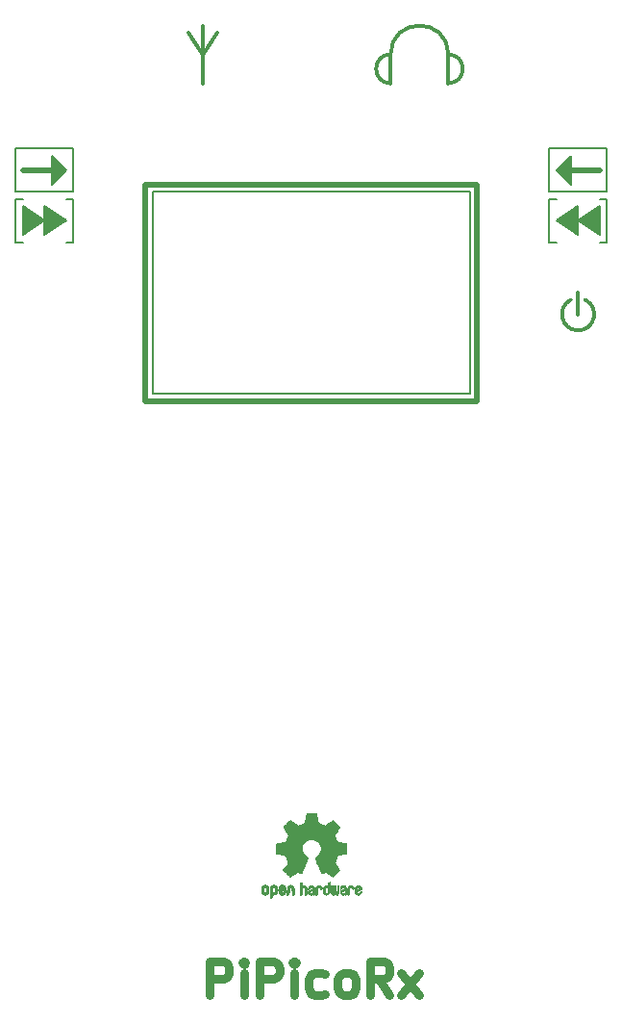
<source format=gto>
G04 #@! TF.GenerationSoftware,KiCad,Pcbnew,7.0.5-unknown-202306101748~6fbdf8f0e2~ubuntu22.04.1*
G04 #@! TF.CreationDate,2023-07-16T12:35:09+01:00*
G04 #@! TF.ProjectId,front_panel,66726f6e-745f-4706-916e-656c2e6b6963,rev?*
G04 #@! TF.SameCoordinates,Original*
G04 #@! TF.FileFunction,Legend,Top*
G04 #@! TF.FilePolarity,Positive*
%FSLAX46Y46*%
G04 Gerber Fmt 4.6, Leading zero omitted, Abs format (unit mm)*
G04 Created by KiCad (PCBNEW 7.0.5-unknown-202306101748~6fbdf8f0e2~ubuntu22.04.1) date 2023-07-16 12:35:09*
%MOMM*%
%LPD*%
G01*
G04 APERTURE LIST*
%ADD10C,0.150000*%
%ADD11C,0.500000*%
%ADD12C,0.300000*%
%ADD13C,0.750000*%
%ADD14C,0.010000*%
G04 APERTURE END LIST*
D10*
X172720000Y-64770000D02*
X172720000Y-60960000D01*
X174625000Y-64135000D02*
X173355000Y-62865000D01*
X174625000Y-61595000D01*
X174625000Y-64135000D01*
G36*
X174625000Y-64135000D02*
G01*
X173355000Y-62865000D01*
X174625000Y-61595000D01*
X174625000Y-64135000D01*
G37*
X172720000Y-60960000D02*
X173355000Y-60960000D01*
D11*
X137160000Y-64135000D02*
X166370000Y-64135000D01*
X166370000Y-83185000D01*
X137160000Y-83185000D01*
X137160000Y-64135000D01*
D10*
X177800000Y-69215000D02*
X177800000Y-65405000D01*
X130810000Y-60960000D02*
X130810000Y-64770000D01*
X177165000Y-69215000D02*
X177800000Y-69215000D01*
X126365000Y-60960000D02*
X130810000Y-60960000D01*
X177800000Y-64770000D02*
X173355000Y-64770000D01*
X172720000Y-69215000D02*
X173355000Y-69215000D01*
X173355000Y-60960000D02*
X177800000Y-60960000D01*
X177165000Y-68580000D02*
X175260000Y-67310000D01*
X177165000Y-66040000D01*
X177165000Y-68580000D01*
G36*
X177165000Y-68580000D02*
G01*
X175260000Y-67310000D01*
X177165000Y-66040000D01*
X177165000Y-68580000D01*
G37*
X130175000Y-62865000D02*
X128905000Y-64135000D01*
X128905000Y-61595000D01*
X130175000Y-62865000D01*
G36*
X130175000Y-62865000D02*
G01*
X128905000Y-64135000D01*
X128905000Y-61595000D01*
X130175000Y-62865000D01*
G37*
X172720000Y-65405000D02*
X172720000Y-69215000D01*
D12*
X142240000Y-50165000D02*
X142240000Y-52705000D01*
X143510000Y-50800000D02*
X142240000Y-52705000D01*
X142240000Y-52705000D02*
X140970000Y-50800000D01*
X174625000Y-74295000D02*
G75*
G03*
X175895000Y-74295000I635000J-1269999D01*
G01*
X158750000Y-52705000D02*
G75*
G03*
X158750000Y-55245000I0J-1270000D01*
G01*
X142240000Y-52705000D02*
X143510000Y-50800000D01*
D10*
X173355000Y-65405000D02*
X172720000Y-65405000D01*
D11*
X126365000Y-62865000D02*
X128905000Y-62865000D01*
D12*
X163830000Y-55245000D02*
X163830000Y-52705000D01*
D10*
X126365000Y-65405000D02*
X125730000Y-65405000D01*
X175260000Y-68580000D02*
X173355000Y-67310000D01*
X175260000Y-66040000D01*
X175260000Y-68580000D01*
G36*
X175260000Y-68580000D02*
G01*
X173355000Y-67310000D01*
X175260000Y-66040000D01*
X175260000Y-68580000D01*
G37*
X126365000Y-64770000D02*
X125730000Y-64770000D01*
X177800000Y-60960000D02*
X177800000Y-64770000D01*
D12*
X158750000Y-55245000D02*
X158750000Y-52705000D01*
D11*
X174625000Y-62865000D02*
X177165000Y-62865000D01*
D12*
X142240000Y-55245000D02*
X142240000Y-50165000D01*
D10*
X125730000Y-65405000D02*
X125730000Y-69215000D01*
X137795000Y-64770000D02*
X165735000Y-64770000D01*
X165735000Y-82550000D01*
X137795000Y-82550000D01*
X137795000Y-64770000D01*
X137769600Y-64744600D02*
X137795000Y-64744600D01*
X137795000Y-64770000D01*
X137769600Y-64770000D01*
X137769600Y-64744600D01*
X130810000Y-69215000D02*
X130810000Y-65405000D01*
X173355000Y-64770000D02*
X172720000Y-64770000D01*
X130175000Y-69215000D02*
X130810000Y-69215000D01*
X177800000Y-65405000D02*
X177165000Y-65405000D01*
D12*
X175260000Y-75564999D02*
X175260000Y-73660000D01*
D10*
X125730000Y-69215000D02*
X126365000Y-69215000D01*
X128270000Y-67310000D02*
X126365000Y-68580000D01*
X126365000Y-66040000D01*
X128270000Y-67310000D01*
G36*
X128270000Y-67310000D02*
G01*
X126365000Y-68580000D01*
X126365000Y-66040000D01*
X128270000Y-67310000D01*
G37*
X125730000Y-64770000D02*
X125730000Y-60960000D01*
X130810000Y-65405000D02*
X130175000Y-65405000D01*
X125730000Y-60960000D02*
X126365000Y-60960000D01*
X130175000Y-67310000D02*
X128270000Y-68580000D01*
X128270000Y-66040000D01*
X130175000Y-67310000D01*
G36*
X130175000Y-67310000D02*
G01*
X128270000Y-68580000D01*
X128270000Y-66040000D01*
X130175000Y-67310000D01*
G37*
D12*
X163830000Y-52705000D02*
G75*
G03*
X158750000Y-52705000I-2540000J0D01*
G01*
D10*
X130810000Y-64770000D02*
X126365000Y-64770000D01*
D12*
X163830000Y-55245000D02*
G75*
G03*
X163830000Y-52705000I0J1270000D01*
G01*
D13*
X142812706Y-135483857D02*
X142812706Y-132483857D01*
X142812706Y-132483857D02*
X143955563Y-132483857D01*
X143955563Y-132483857D02*
X144241278Y-132626714D01*
X144241278Y-132626714D02*
X144384135Y-132769571D01*
X144384135Y-132769571D02*
X144526992Y-133055285D01*
X144526992Y-133055285D02*
X144526992Y-133483857D01*
X144526992Y-133483857D02*
X144384135Y-133769571D01*
X144384135Y-133769571D02*
X144241278Y-133912428D01*
X144241278Y-133912428D02*
X143955563Y-134055285D01*
X143955563Y-134055285D02*
X142812706Y-134055285D01*
X145812706Y-135483857D02*
X145812706Y-133483857D01*
X145812706Y-132483857D02*
X145669849Y-132626714D01*
X145669849Y-132626714D02*
X145812706Y-132769571D01*
X145812706Y-132769571D02*
X145955563Y-132626714D01*
X145955563Y-132626714D02*
X145812706Y-132483857D01*
X145812706Y-132483857D02*
X145812706Y-132769571D01*
X147241277Y-135483857D02*
X147241277Y-132483857D01*
X147241277Y-132483857D02*
X148384134Y-132483857D01*
X148384134Y-132483857D02*
X148669849Y-132626714D01*
X148669849Y-132626714D02*
X148812706Y-132769571D01*
X148812706Y-132769571D02*
X148955563Y-133055285D01*
X148955563Y-133055285D02*
X148955563Y-133483857D01*
X148955563Y-133483857D02*
X148812706Y-133769571D01*
X148812706Y-133769571D02*
X148669849Y-133912428D01*
X148669849Y-133912428D02*
X148384134Y-134055285D01*
X148384134Y-134055285D02*
X147241277Y-134055285D01*
X150241277Y-135483857D02*
X150241277Y-133483857D01*
X150241277Y-132483857D02*
X150098420Y-132626714D01*
X150098420Y-132626714D02*
X150241277Y-132769571D01*
X150241277Y-132769571D02*
X150384134Y-132626714D01*
X150384134Y-132626714D02*
X150241277Y-132483857D01*
X150241277Y-132483857D02*
X150241277Y-132769571D01*
X152955563Y-135341000D02*
X152669848Y-135483857D01*
X152669848Y-135483857D02*
X152098420Y-135483857D01*
X152098420Y-135483857D02*
X151812705Y-135341000D01*
X151812705Y-135341000D02*
X151669848Y-135198142D01*
X151669848Y-135198142D02*
X151526991Y-134912428D01*
X151526991Y-134912428D02*
X151526991Y-134055285D01*
X151526991Y-134055285D02*
X151669848Y-133769571D01*
X151669848Y-133769571D02*
X151812705Y-133626714D01*
X151812705Y-133626714D02*
X152098420Y-133483857D01*
X152098420Y-133483857D02*
X152669848Y-133483857D01*
X152669848Y-133483857D02*
X152955563Y-133626714D01*
X154669849Y-135483857D02*
X154384134Y-135341000D01*
X154384134Y-135341000D02*
X154241277Y-135198142D01*
X154241277Y-135198142D02*
X154098420Y-134912428D01*
X154098420Y-134912428D02*
X154098420Y-134055285D01*
X154098420Y-134055285D02*
X154241277Y-133769571D01*
X154241277Y-133769571D02*
X154384134Y-133626714D01*
X154384134Y-133626714D02*
X154669849Y-133483857D01*
X154669849Y-133483857D02*
X155098420Y-133483857D01*
X155098420Y-133483857D02*
X155384134Y-133626714D01*
X155384134Y-133626714D02*
X155526992Y-133769571D01*
X155526992Y-133769571D02*
X155669849Y-134055285D01*
X155669849Y-134055285D02*
X155669849Y-134912428D01*
X155669849Y-134912428D02*
X155526992Y-135198142D01*
X155526992Y-135198142D02*
X155384134Y-135341000D01*
X155384134Y-135341000D02*
X155098420Y-135483857D01*
X155098420Y-135483857D02*
X154669849Y-135483857D01*
X158669849Y-135483857D02*
X157669849Y-134055285D01*
X156955563Y-135483857D02*
X156955563Y-132483857D01*
X156955563Y-132483857D02*
X158098420Y-132483857D01*
X158098420Y-132483857D02*
X158384135Y-132626714D01*
X158384135Y-132626714D02*
X158526992Y-132769571D01*
X158526992Y-132769571D02*
X158669849Y-133055285D01*
X158669849Y-133055285D02*
X158669849Y-133483857D01*
X158669849Y-133483857D02*
X158526992Y-133769571D01*
X158526992Y-133769571D02*
X158384135Y-133912428D01*
X158384135Y-133912428D02*
X158098420Y-134055285D01*
X158098420Y-134055285D02*
X156955563Y-134055285D01*
X159669849Y-135483857D02*
X161241278Y-133483857D01*
X159669849Y-133483857D02*
X161241278Y-135483857D01*
D14*
X155335807Y-125826782D02*
X155359161Y-125836988D01*
X155414902Y-125881134D01*
X155462569Y-125944967D01*
X155492048Y-126013087D01*
X155496846Y-126046670D01*
X155480760Y-126093556D01*
X155445475Y-126118365D01*
X155407644Y-126133387D01*
X155390321Y-126136155D01*
X155381886Y-126116066D01*
X155365230Y-126072351D01*
X155357923Y-126052598D01*
X155316948Y-125984271D01*
X155257622Y-125950191D01*
X155181552Y-125951239D01*
X155175918Y-125952581D01*
X155135305Y-125971836D01*
X155105448Y-126009375D01*
X155085055Y-126069809D01*
X155072836Y-126157751D01*
X155067500Y-126277813D01*
X155067000Y-126341698D01*
X155066752Y-126442403D01*
X155065126Y-126511054D01*
X155060801Y-126554673D01*
X155052454Y-126580282D01*
X155038765Y-126594903D01*
X155018411Y-126605558D01*
X155017234Y-126606095D01*
X154978038Y-126622667D01*
X154958619Y-126628769D01*
X154955635Y-126610319D01*
X154953081Y-126559323D01*
X154951140Y-126482308D01*
X154949997Y-126385805D01*
X154949769Y-126315184D01*
X154950932Y-126178525D01*
X154955479Y-126074851D01*
X154964999Y-125998108D01*
X154981081Y-125942246D01*
X155005313Y-125901212D01*
X155039286Y-125868954D01*
X155072833Y-125846440D01*
X155153499Y-125816476D01*
X155247381Y-125809718D01*
X155335807Y-125826782D01*
G36*
X155335807Y-125826782D02*
G01*
X155359161Y-125836988D01*
X155414902Y-125881134D01*
X155462569Y-125944967D01*
X155492048Y-126013087D01*
X155496846Y-126046670D01*
X155480760Y-126093556D01*
X155445475Y-126118365D01*
X155407644Y-126133387D01*
X155390321Y-126136155D01*
X155381886Y-126116066D01*
X155365230Y-126072351D01*
X155357923Y-126052598D01*
X155316948Y-125984271D01*
X155257622Y-125950191D01*
X155181552Y-125951239D01*
X155175918Y-125952581D01*
X155135305Y-125971836D01*
X155105448Y-126009375D01*
X155085055Y-126069809D01*
X155072836Y-126157751D01*
X155067500Y-126277813D01*
X155067000Y-126341698D01*
X155066752Y-126442403D01*
X155065126Y-126511054D01*
X155060801Y-126554673D01*
X155052454Y-126580282D01*
X155038765Y-126594903D01*
X155018411Y-126605558D01*
X155017234Y-126606095D01*
X154978038Y-126622667D01*
X154958619Y-126628769D01*
X154955635Y-126610319D01*
X154953081Y-126559323D01*
X154951140Y-126482308D01*
X154949997Y-126385805D01*
X154949769Y-126315184D01*
X154950932Y-126178525D01*
X154955479Y-126074851D01*
X154964999Y-125998108D01*
X154981081Y-125942246D01*
X155005313Y-125901212D01*
X155039286Y-125868954D01*
X155072833Y-125846440D01*
X155153499Y-125816476D01*
X155247381Y-125809718D01*
X155335807Y-125826782D01*
G37*
X150036664Y-125785089D02*
X150099367Y-125821358D01*
X150142961Y-125857358D01*
X150174845Y-125895075D01*
X150196810Y-125941199D01*
X150210649Y-126002421D01*
X150218153Y-126085431D01*
X150221117Y-126196919D01*
X150221461Y-126277062D01*
X150221461Y-126572065D01*
X150055385Y-126646515D01*
X150045615Y-126323402D01*
X150041579Y-126202729D01*
X150037344Y-126115141D01*
X150032097Y-126054650D01*
X150025025Y-126015268D01*
X150015311Y-125991007D01*
X150002144Y-125975880D01*
X149997919Y-125972606D01*
X149933909Y-125947034D01*
X149869208Y-125957153D01*
X149830692Y-125984000D01*
X149815025Y-126003024D01*
X149804180Y-126027988D01*
X149797288Y-126065834D01*
X149793479Y-126123502D01*
X149791883Y-126207935D01*
X149791615Y-126295928D01*
X149791563Y-126406323D01*
X149789672Y-126484463D01*
X149783345Y-126537165D01*
X149769983Y-126571242D01*
X149746985Y-126593511D01*
X149711754Y-126610787D01*
X149664697Y-126628738D01*
X149613303Y-126648278D01*
X149619421Y-126301485D01*
X149621884Y-126176468D01*
X149624767Y-126084082D01*
X149628898Y-126017881D01*
X149635107Y-125971420D01*
X149644226Y-125938256D01*
X149657083Y-125911944D01*
X149672584Y-125888729D01*
X149747371Y-125814569D01*
X149838628Y-125771684D01*
X149937883Y-125761412D01*
X150036664Y-125785089D01*
G36*
X150036664Y-125785089D02*
G01*
X150099367Y-125821358D01*
X150142961Y-125857358D01*
X150174845Y-125895075D01*
X150196810Y-125941199D01*
X150210649Y-126002421D01*
X150218153Y-126085431D01*
X150221117Y-126196919D01*
X150221461Y-126277062D01*
X150221461Y-126572065D01*
X150055385Y-126646515D01*
X150045615Y-126323402D01*
X150041579Y-126202729D01*
X150037344Y-126115141D01*
X150032097Y-126054650D01*
X150025025Y-126015268D01*
X150015311Y-125991007D01*
X150002144Y-125975880D01*
X149997919Y-125972606D01*
X149933909Y-125947034D01*
X149869208Y-125957153D01*
X149830692Y-125984000D01*
X149815025Y-126003024D01*
X149804180Y-126027988D01*
X149797288Y-126065834D01*
X149793479Y-126123502D01*
X149791883Y-126207935D01*
X149791615Y-126295928D01*
X149791563Y-126406323D01*
X149789672Y-126484463D01*
X149783345Y-126537165D01*
X149769983Y-126571242D01*
X149746985Y-126593511D01*
X149711754Y-126610787D01*
X149664697Y-126628738D01*
X149613303Y-126648278D01*
X149619421Y-126301485D01*
X149621884Y-126176468D01*
X149624767Y-126084082D01*
X149628898Y-126017881D01*
X149635107Y-125971420D01*
X149644226Y-125938256D01*
X149657083Y-125911944D01*
X149672584Y-125888729D01*
X149747371Y-125814569D01*
X149838628Y-125771684D01*
X149937883Y-125761412D01*
X150036664Y-125785089D01*
G37*
X152478362Y-125814670D02*
X152567117Y-125847421D01*
X152639022Y-125905350D01*
X152667144Y-125946128D01*
X152697802Y-126020954D01*
X152697165Y-126075058D01*
X152664987Y-126111446D01*
X152653081Y-126117633D01*
X152601675Y-126136925D01*
X152575422Y-126131982D01*
X152566530Y-126099587D01*
X152566077Y-126081692D01*
X152549797Y-126015859D01*
X152507365Y-125969807D01*
X152448388Y-125947564D01*
X152382475Y-125953161D01*
X152328895Y-125982229D01*
X152310798Y-125998810D01*
X152297971Y-126018925D01*
X152289306Y-126049332D01*
X152283696Y-126096788D01*
X152280035Y-126168050D01*
X152277215Y-126269875D01*
X152276484Y-126302115D01*
X152273820Y-126412410D01*
X152270792Y-126490036D01*
X152266250Y-126541396D01*
X152259046Y-126572890D01*
X152248033Y-126590920D01*
X152232060Y-126601888D01*
X152221834Y-126606733D01*
X152178406Y-126623301D01*
X152152842Y-126628769D01*
X152144395Y-126610507D01*
X152139239Y-126555296D01*
X152137346Y-126462499D01*
X152138689Y-126331478D01*
X152139107Y-126311269D01*
X152142058Y-126191733D01*
X152145548Y-126104449D01*
X152150514Y-126042591D01*
X152157893Y-125999336D01*
X152168624Y-125967860D01*
X152183645Y-125941339D01*
X152191502Y-125929975D01*
X152236553Y-125879692D01*
X152286940Y-125840581D01*
X152293108Y-125837167D01*
X152383458Y-125810212D01*
X152478362Y-125814670D01*
G36*
X152478362Y-125814670D02*
G01*
X152567117Y-125847421D01*
X152639022Y-125905350D01*
X152667144Y-125946128D01*
X152697802Y-126020954D01*
X152697165Y-126075058D01*
X152664987Y-126111446D01*
X152653081Y-126117633D01*
X152601675Y-126136925D01*
X152575422Y-126131982D01*
X152566530Y-126099587D01*
X152566077Y-126081692D01*
X152549797Y-126015859D01*
X152507365Y-125969807D01*
X152448388Y-125947564D01*
X152382475Y-125953161D01*
X152328895Y-125982229D01*
X152310798Y-125998810D01*
X152297971Y-126018925D01*
X152289306Y-126049332D01*
X152283696Y-126096788D01*
X152280035Y-126168050D01*
X152277215Y-126269875D01*
X152276484Y-126302115D01*
X152273820Y-126412410D01*
X152270792Y-126490036D01*
X152266250Y-126541396D01*
X152259046Y-126572890D01*
X152248033Y-126590920D01*
X152232060Y-126601888D01*
X152221834Y-126606733D01*
X152178406Y-126623301D01*
X152152842Y-126628769D01*
X152144395Y-126610507D01*
X152139239Y-126555296D01*
X152137346Y-126462499D01*
X152138689Y-126331478D01*
X152139107Y-126311269D01*
X152142058Y-126191733D01*
X152145548Y-126104449D01*
X152150514Y-126042591D01*
X152157893Y-125999336D01*
X152168624Y-125967860D01*
X152183645Y-125941339D01*
X152191502Y-125929975D01*
X152236553Y-125879692D01*
X152286940Y-125840581D01*
X152293108Y-125837167D01*
X152383458Y-125810212D01*
X152478362Y-125814670D01*
G37*
X150924846Y-125682120D02*
X150930572Y-125761980D01*
X150937149Y-125809039D01*
X150946262Y-125829566D01*
X150959598Y-125829829D01*
X150963923Y-125827378D01*
X151021444Y-125809636D01*
X151096268Y-125810672D01*
X151172339Y-125828910D01*
X151219918Y-125852505D01*
X151268702Y-125890198D01*
X151304364Y-125932855D01*
X151328845Y-125987057D01*
X151344087Y-126059384D01*
X151352030Y-126156419D01*
X151354616Y-126284742D01*
X151354662Y-126309358D01*
X151354692Y-126585870D01*
X151293161Y-126607320D01*
X151249459Y-126621912D01*
X151225482Y-126628706D01*
X151224777Y-126628769D01*
X151222415Y-126610345D01*
X151220406Y-126559526D01*
X151218901Y-126482993D01*
X151218053Y-126387430D01*
X151217923Y-126329329D01*
X151217651Y-126214771D01*
X151216252Y-126132667D01*
X151212849Y-126076393D01*
X151206567Y-126039326D01*
X151196529Y-126014844D01*
X151181861Y-125996325D01*
X151172702Y-125987406D01*
X151109789Y-125951466D01*
X151041136Y-125948775D01*
X150978848Y-125979170D01*
X150967329Y-125990144D01*
X150950433Y-126010779D01*
X150938714Y-126035256D01*
X150931233Y-126070647D01*
X150927054Y-126124026D01*
X150925237Y-126202466D01*
X150924846Y-126310617D01*
X150924846Y-126585870D01*
X150863315Y-126607320D01*
X150819613Y-126621912D01*
X150795636Y-126628706D01*
X150794930Y-126628769D01*
X150793126Y-126610069D01*
X150791500Y-126557322D01*
X150790117Y-126475557D01*
X150789042Y-126369805D01*
X150788340Y-126245094D01*
X150788077Y-126106455D01*
X150788077Y-125571806D01*
X150915077Y-125518236D01*
X150924846Y-125682120D01*
G36*
X150924846Y-125682120D02*
G01*
X150930572Y-125761980D01*
X150937149Y-125809039D01*
X150946262Y-125829566D01*
X150959598Y-125829829D01*
X150963923Y-125827378D01*
X151021444Y-125809636D01*
X151096268Y-125810672D01*
X151172339Y-125828910D01*
X151219918Y-125852505D01*
X151268702Y-125890198D01*
X151304364Y-125932855D01*
X151328845Y-125987057D01*
X151344087Y-126059384D01*
X151352030Y-126156419D01*
X151354616Y-126284742D01*
X151354662Y-126309358D01*
X151354692Y-126585870D01*
X151293161Y-126607320D01*
X151249459Y-126621912D01*
X151225482Y-126628706D01*
X151224777Y-126628769D01*
X151222415Y-126610345D01*
X151220406Y-126559526D01*
X151218901Y-126482993D01*
X151218053Y-126387430D01*
X151217923Y-126329329D01*
X151217651Y-126214771D01*
X151216252Y-126132667D01*
X151212849Y-126076393D01*
X151206567Y-126039326D01*
X151196529Y-126014844D01*
X151181861Y-125996325D01*
X151172702Y-125987406D01*
X151109789Y-125951466D01*
X151041136Y-125948775D01*
X150978848Y-125979170D01*
X150967329Y-125990144D01*
X150950433Y-126010779D01*
X150938714Y-126035256D01*
X150931233Y-126070647D01*
X150927054Y-126124026D01*
X150925237Y-126202466D01*
X150924846Y-126310617D01*
X150924846Y-126585870D01*
X150863315Y-126607320D01*
X150819613Y-126621912D01*
X150795636Y-126628706D01*
X150794930Y-126628769D01*
X150793126Y-126610069D01*
X150791500Y-126557322D01*
X150790117Y-126475557D01*
X150789042Y-126369805D01*
X150788340Y-126245094D01*
X150788077Y-126106455D01*
X150788077Y-125571806D01*
X150915077Y-125518236D01*
X150924846Y-125682120D01*
G37*
X154160929Y-125826662D02*
X154163911Y-125878068D01*
X154166247Y-125956192D01*
X154167749Y-126054857D01*
X154168231Y-126158343D01*
X154168231Y-126508533D01*
X154106401Y-126570363D01*
X154063793Y-126608462D01*
X154026390Y-126623895D01*
X153975270Y-126622918D01*
X153954978Y-126620433D01*
X153891554Y-126613200D01*
X153839095Y-126609055D01*
X153826308Y-126608672D01*
X153783199Y-126611176D01*
X153721544Y-126617462D01*
X153697638Y-126620433D01*
X153638922Y-126625028D01*
X153599464Y-126615046D01*
X153560338Y-126584228D01*
X153546215Y-126570363D01*
X153484385Y-126508533D01*
X153484385Y-125853503D01*
X153534150Y-125830829D01*
X153577002Y-125814034D01*
X153602073Y-125808154D01*
X153608501Y-125826736D01*
X153614509Y-125878655D01*
X153619697Y-125958172D01*
X153623664Y-126059546D01*
X153625577Y-126145192D01*
X153630923Y-126482231D01*
X153677560Y-126488825D01*
X153719976Y-126484214D01*
X153740760Y-126469287D01*
X153746570Y-126441377D01*
X153751530Y-126381925D01*
X153755246Y-126298466D01*
X153757324Y-126198532D01*
X153757624Y-126147104D01*
X153757923Y-125851054D01*
X153819454Y-125829604D01*
X153863004Y-125815020D01*
X153886694Y-125808219D01*
X153887377Y-125808154D01*
X153889754Y-125826642D01*
X153892366Y-125877906D01*
X153894995Y-125955649D01*
X153897421Y-126053574D01*
X153899115Y-126145192D01*
X153904461Y-126482231D01*
X154021692Y-126482231D01*
X154027072Y-126174746D01*
X154032451Y-125867261D01*
X154089601Y-125837707D01*
X154131797Y-125817413D01*
X154156770Y-125808204D01*
X154157491Y-125808154D01*
X154160929Y-125826662D01*
G36*
X154160929Y-125826662D02*
G01*
X154163911Y-125878068D01*
X154166247Y-125956192D01*
X154167749Y-126054857D01*
X154168231Y-126158343D01*
X154168231Y-126508533D01*
X154106401Y-126570363D01*
X154063793Y-126608462D01*
X154026390Y-126623895D01*
X153975270Y-126622918D01*
X153954978Y-126620433D01*
X153891554Y-126613200D01*
X153839095Y-126609055D01*
X153826308Y-126608672D01*
X153783199Y-126611176D01*
X153721544Y-126617462D01*
X153697638Y-126620433D01*
X153638922Y-126625028D01*
X153599464Y-126615046D01*
X153560338Y-126584228D01*
X153546215Y-126570363D01*
X153484385Y-126508533D01*
X153484385Y-125853503D01*
X153534150Y-125830829D01*
X153577002Y-125814034D01*
X153602073Y-125808154D01*
X153608501Y-125826736D01*
X153614509Y-125878655D01*
X153619697Y-125958172D01*
X153623664Y-126059546D01*
X153625577Y-126145192D01*
X153630923Y-126482231D01*
X153677560Y-126488825D01*
X153719976Y-126484214D01*
X153740760Y-126469287D01*
X153746570Y-126441377D01*
X153751530Y-126381925D01*
X153755246Y-126298466D01*
X153757324Y-126198532D01*
X153757624Y-126147104D01*
X153757923Y-125851054D01*
X153819454Y-125829604D01*
X153863004Y-125815020D01*
X153886694Y-125808219D01*
X153887377Y-125808154D01*
X153889754Y-125826642D01*
X153892366Y-125877906D01*
X153894995Y-125955649D01*
X153897421Y-126053574D01*
X153899115Y-126145192D01*
X153904461Y-126482231D01*
X154021692Y-126482231D01*
X154027072Y-126174746D01*
X154032451Y-125867261D01*
X154089601Y-125837707D01*
X154131797Y-125817413D01*
X154156770Y-125808204D01*
X154157491Y-125808154D01*
X154160929Y-125826662D01*
G37*
X147781886Y-125777256D02*
X147873464Y-125825409D01*
X147941049Y-125902905D01*
X147965057Y-125952727D01*
X147983738Y-126027533D01*
X147993301Y-126122052D01*
X147994208Y-126225210D01*
X147986921Y-126325935D01*
X147971903Y-126413153D01*
X147949615Y-126475791D01*
X147942765Y-126486579D01*
X147861632Y-126567105D01*
X147765266Y-126615336D01*
X147660701Y-126629450D01*
X147554968Y-126607629D01*
X147525543Y-126594547D01*
X147468241Y-126554231D01*
X147417950Y-126500775D01*
X147413197Y-126493995D01*
X147393878Y-126461321D01*
X147381108Y-126426394D01*
X147373564Y-126380414D01*
X147369924Y-126314584D01*
X147368865Y-126220105D01*
X147368846Y-126198923D01*
X147368894Y-126192182D01*
X147564231Y-126192182D01*
X147565368Y-126281349D01*
X147569841Y-126340520D01*
X147579246Y-126378741D01*
X147595176Y-126405053D01*
X147603308Y-126413846D01*
X147650058Y-126447261D01*
X147695447Y-126445737D01*
X147741340Y-126416752D01*
X147768712Y-126385809D01*
X147784923Y-126340643D01*
X147794026Y-126269420D01*
X147794651Y-126261114D01*
X147796204Y-126132037D01*
X147779965Y-126036172D01*
X147746152Y-125974107D01*
X147694984Y-125946432D01*
X147676720Y-125944923D01*
X147628760Y-125952513D01*
X147595953Y-125978808D01*
X147575895Y-126029095D01*
X147566178Y-126108664D01*
X147564231Y-126192182D01*
X147368894Y-126192182D01*
X147369574Y-126098249D01*
X147372629Y-126027906D01*
X147379322Y-125979163D01*
X147390960Y-125943288D01*
X147408853Y-125911548D01*
X147412808Y-125905648D01*
X147479267Y-125826104D01*
X147551685Y-125779929D01*
X147639849Y-125761599D01*
X147669787Y-125760703D01*
X147781886Y-125777256D01*
G36*
X147781886Y-125777256D02*
G01*
X147873464Y-125825409D01*
X147941049Y-125902905D01*
X147965057Y-125952727D01*
X147983738Y-126027533D01*
X147993301Y-126122052D01*
X147994208Y-126225210D01*
X147986921Y-126325935D01*
X147971903Y-126413153D01*
X147949615Y-126475791D01*
X147942765Y-126486579D01*
X147861632Y-126567105D01*
X147765266Y-126615336D01*
X147660701Y-126629450D01*
X147554968Y-126607629D01*
X147525543Y-126594547D01*
X147468241Y-126554231D01*
X147417950Y-126500775D01*
X147413197Y-126493995D01*
X147393878Y-126461321D01*
X147381108Y-126426394D01*
X147373564Y-126380414D01*
X147369924Y-126314584D01*
X147368865Y-126220105D01*
X147368846Y-126198923D01*
X147368894Y-126192182D01*
X147564231Y-126192182D01*
X147565368Y-126281349D01*
X147569841Y-126340520D01*
X147579246Y-126378741D01*
X147595176Y-126405053D01*
X147603308Y-126413846D01*
X147650058Y-126447261D01*
X147695447Y-126445737D01*
X147741340Y-126416752D01*
X147768712Y-126385809D01*
X147784923Y-126340643D01*
X147794026Y-126269420D01*
X147794651Y-126261114D01*
X147796204Y-126132037D01*
X147779965Y-126036172D01*
X147746152Y-125974107D01*
X147694984Y-125946432D01*
X147676720Y-125944923D01*
X147628760Y-125952513D01*
X147595953Y-125978808D01*
X147575895Y-126029095D01*
X147566178Y-126108664D01*
X147564231Y-126192182D01*
X147368894Y-126192182D01*
X147369574Y-126098249D01*
X147372629Y-126027906D01*
X147379322Y-125979163D01*
X147390960Y-125943288D01*
X147408853Y-125911548D01*
X147412808Y-125905648D01*
X147479267Y-125826104D01*
X147551685Y-125779929D01*
X147639849Y-125761599D01*
X147669787Y-125760703D01*
X147781886Y-125777256D01*
G37*
X156010224Y-125837838D02*
X156087528Y-125888361D01*
X156124814Y-125933590D01*
X156154353Y-126015663D01*
X156156699Y-126080607D01*
X156151385Y-126167445D01*
X155951115Y-126255103D01*
X155853739Y-126299887D01*
X155790113Y-126335913D01*
X155757029Y-126367117D01*
X155751280Y-126397436D01*
X155769658Y-126430805D01*
X155789923Y-126452923D01*
X155848889Y-126488393D01*
X155913024Y-126490879D01*
X155971926Y-126463235D01*
X156015197Y-126408320D01*
X156022936Y-126388928D01*
X156060006Y-126328364D01*
X156102654Y-126302552D01*
X156161154Y-126280471D01*
X156161154Y-126364184D01*
X156155982Y-126421150D01*
X156135723Y-126469189D01*
X156093262Y-126524346D01*
X156086951Y-126531514D01*
X156039720Y-126580585D01*
X155999121Y-126606920D01*
X155948328Y-126619035D01*
X155906220Y-126623003D01*
X155830902Y-126623991D01*
X155777286Y-126611466D01*
X155743838Y-126592869D01*
X155691268Y-126551975D01*
X155654879Y-126507748D01*
X155631850Y-126452126D01*
X155619359Y-126377047D01*
X155614587Y-126274449D01*
X155614206Y-126222376D01*
X155615501Y-126159948D01*
X155733471Y-126159948D01*
X155734839Y-126193438D01*
X155738249Y-126198923D01*
X155760753Y-126191472D01*
X155809182Y-126171753D01*
X155873908Y-126143718D01*
X155887443Y-126137692D01*
X155969244Y-126096096D01*
X156014312Y-126059538D01*
X156024217Y-126025296D01*
X156000526Y-125990648D01*
X155980960Y-125975339D01*
X155910360Y-125944721D01*
X155844280Y-125949780D01*
X155788959Y-125987151D01*
X155750636Y-126053473D01*
X155738349Y-126106116D01*
X155733471Y-126159948D01*
X155615501Y-126159948D01*
X155616730Y-126100720D01*
X155626032Y-126010710D01*
X155644460Y-125945167D01*
X155674360Y-125896912D01*
X155718080Y-125858767D01*
X155737141Y-125846440D01*
X155823726Y-125814336D01*
X155918522Y-125812316D01*
X156010224Y-125837838D01*
G36*
X156010224Y-125837838D02*
G01*
X156087528Y-125888361D01*
X156124814Y-125933590D01*
X156154353Y-126015663D01*
X156156699Y-126080607D01*
X156151385Y-126167445D01*
X155951115Y-126255103D01*
X155853739Y-126299887D01*
X155790113Y-126335913D01*
X155757029Y-126367117D01*
X155751280Y-126397436D01*
X155769658Y-126430805D01*
X155789923Y-126452923D01*
X155848889Y-126488393D01*
X155913024Y-126490879D01*
X155971926Y-126463235D01*
X156015197Y-126408320D01*
X156022936Y-126388928D01*
X156060006Y-126328364D01*
X156102654Y-126302552D01*
X156161154Y-126280471D01*
X156161154Y-126364184D01*
X156155982Y-126421150D01*
X156135723Y-126469189D01*
X156093262Y-126524346D01*
X156086951Y-126531514D01*
X156039720Y-126580585D01*
X155999121Y-126606920D01*
X155948328Y-126619035D01*
X155906220Y-126623003D01*
X155830902Y-126623991D01*
X155777286Y-126611466D01*
X155743838Y-126592869D01*
X155691268Y-126551975D01*
X155654879Y-126507748D01*
X155631850Y-126452126D01*
X155619359Y-126377047D01*
X155614587Y-126274449D01*
X155614206Y-126222376D01*
X155615501Y-126159948D01*
X155733471Y-126159948D01*
X155734839Y-126193438D01*
X155738249Y-126198923D01*
X155760753Y-126191472D01*
X155809182Y-126171753D01*
X155873908Y-126143718D01*
X155887443Y-126137692D01*
X155969244Y-126096096D01*
X156014312Y-126059538D01*
X156024217Y-126025296D01*
X156000526Y-125990648D01*
X155980960Y-125975339D01*
X155910360Y-125944721D01*
X155844280Y-125949780D01*
X155788959Y-125987151D01*
X155750636Y-126053473D01*
X155738349Y-126106116D01*
X155733471Y-126159948D01*
X155615501Y-126159948D01*
X155616730Y-126100720D01*
X155626032Y-126010710D01*
X155644460Y-125945167D01*
X155674360Y-125896912D01*
X155718080Y-125858767D01*
X155737141Y-125846440D01*
X155823726Y-125814336D01*
X155918522Y-125812316D01*
X156010224Y-125837838D01*
G37*
X153367081Y-125970289D02*
X153366833Y-126116320D01*
X153365872Y-126228655D01*
X153363794Y-126312678D01*
X153360193Y-126373769D01*
X153354665Y-126417309D01*
X153346804Y-126448679D01*
X153336207Y-126473262D01*
X153328182Y-126487294D01*
X153261728Y-126563388D01*
X153177470Y-126611084D01*
X153084249Y-126628199D01*
X152990900Y-126612546D01*
X152935312Y-126584418D01*
X152876957Y-126535760D01*
X152837186Y-126476333D01*
X152813190Y-126398507D01*
X152802161Y-126294652D01*
X152800599Y-126218462D01*
X152800809Y-126212986D01*
X152937308Y-126212986D01*
X152938141Y-126300355D01*
X152941961Y-126358192D01*
X152950746Y-126396029D01*
X152966474Y-126423398D01*
X152985266Y-126444042D01*
X153048375Y-126483890D01*
X153116137Y-126487295D01*
X153180179Y-126454025D01*
X153185164Y-126449517D01*
X153206439Y-126426067D01*
X153219779Y-126398166D01*
X153227001Y-126356641D01*
X153229923Y-126292316D01*
X153230385Y-126221200D01*
X153229383Y-126131858D01*
X153225238Y-126072258D01*
X153216236Y-126033089D01*
X153200667Y-126005040D01*
X153187902Y-125990144D01*
X153128600Y-125952575D01*
X153060301Y-125948057D01*
X152995110Y-125976753D01*
X152982528Y-125987406D01*
X152961111Y-126011063D01*
X152947744Y-126039251D01*
X152940566Y-126081245D01*
X152937719Y-126146319D01*
X152937308Y-126212986D01*
X152800809Y-126212986D01*
X152805322Y-126095765D01*
X152821362Y-126003577D01*
X152851528Y-125934269D01*
X152898629Y-125880211D01*
X152935312Y-125852505D01*
X153001990Y-125822572D01*
X153079272Y-125808678D01*
X153151110Y-125812397D01*
X153191308Y-125827400D01*
X153207082Y-125831670D01*
X153217550Y-125815750D01*
X153224856Y-125773089D01*
X153230385Y-125708106D01*
X153236437Y-125635732D01*
X153244844Y-125592187D01*
X153260141Y-125567287D01*
X153286864Y-125550845D01*
X153303654Y-125543564D01*
X153367154Y-125516963D01*
X153367081Y-125970289D01*
G36*
X153367081Y-125970289D02*
G01*
X153366833Y-126116320D01*
X153365872Y-126228655D01*
X153363794Y-126312678D01*
X153360193Y-126373769D01*
X153354665Y-126417309D01*
X153346804Y-126448679D01*
X153336207Y-126473262D01*
X153328182Y-126487294D01*
X153261728Y-126563388D01*
X153177470Y-126611084D01*
X153084249Y-126628199D01*
X152990900Y-126612546D01*
X152935312Y-126584418D01*
X152876957Y-126535760D01*
X152837186Y-126476333D01*
X152813190Y-126398507D01*
X152802161Y-126294652D01*
X152800599Y-126218462D01*
X152800809Y-126212986D01*
X152937308Y-126212986D01*
X152938141Y-126300355D01*
X152941961Y-126358192D01*
X152950746Y-126396029D01*
X152966474Y-126423398D01*
X152985266Y-126444042D01*
X153048375Y-126483890D01*
X153116137Y-126487295D01*
X153180179Y-126454025D01*
X153185164Y-126449517D01*
X153206439Y-126426067D01*
X153219779Y-126398166D01*
X153227001Y-126356641D01*
X153229923Y-126292316D01*
X153230385Y-126221200D01*
X153229383Y-126131858D01*
X153225238Y-126072258D01*
X153216236Y-126033089D01*
X153200667Y-126005040D01*
X153187902Y-125990144D01*
X153128600Y-125952575D01*
X153060301Y-125948057D01*
X152995110Y-125976753D01*
X152982528Y-125987406D01*
X152961111Y-126011063D01*
X152947744Y-126039251D01*
X152940566Y-126081245D01*
X152937719Y-126146319D01*
X152937308Y-126212986D01*
X152800809Y-126212986D01*
X152805322Y-126095765D01*
X152821362Y-126003577D01*
X152851528Y-125934269D01*
X152898629Y-125880211D01*
X152935312Y-125852505D01*
X153001990Y-125822572D01*
X153079272Y-125808678D01*
X153151110Y-125812397D01*
X153191308Y-125827400D01*
X153207082Y-125831670D01*
X153217550Y-125815750D01*
X153224856Y-125773089D01*
X153230385Y-125708106D01*
X153236437Y-125635732D01*
X153244844Y-125592187D01*
X153260141Y-125567287D01*
X153286864Y-125550845D01*
X153303654Y-125543564D01*
X153367154Y-125516963D01*
X153367081Y-125970289D01*
G37*
X149299254Y-125789745D02*
X149376286Y-125841567D01*
X149435816Y-125916412D01*
X149471378Y-126011654D01*
X149478571Y-126081756D01*
X149477754Y-126111009D01*
X149470914Y-126133407D01*
X149452112Y-126153474D01*
X149415408Y-126175733D01*
X149354862Y-126204709D01*
X149264534Y-126244927D01*
X149264077Y-126245129D01*
X149180933Y-126283210D01*
X149112753Y-126317025D01*
X149066505Y-126342933D01*
X149049158Y-126357295D01*
X149049154Y-126357411D01*
X149064443Y-126388685D01*
X149100196Y-126423157D01*
X149141242Y-126447990D01*
X149162037Y-126452923D01*
X149218770Y-126435862D01*
X149267627Y-126393133D01*
X149291465Y-126346155D01*
X149314397Y-126311522D01*
X149359318Y-126272081D01*
X149412123Y-126238009D01*
X149458710Y-126219480D01*
X149468452Y-126218462D01*
X149479418Y-126235215D01*
X149480079Y-126278039D01*
X149472020Y-126335781D01*
X149456827Y-126397289D01*
X149436086Y-126451409D01*
X149435038Y-126453510D01*
X149372621Y-126540660D01*
X149291726Y-126599939D01*
X149199856Y-126629034D01*
X149104513Y-126625634D01*
X149013198Y-126587428D01*
X149009138Y-126584741D01*
X148937306Y-126519642D01*
X148890073Y-126434705D01*
X148863934Y-126323021D01*
X148860426Y-126291643D01*
X148854213Y-126143536D01*
X148861661Y-126074468D01*
X149049154Y-126074468D01*
X149051590Y-126117552D01*
X149064914Y-126130126D01*
X149098132Y-126120719D01*
X149150494Y-126098483D01*
X149209024Y-126070610D01*
X149210479Y-126069872D01*
X149260089Y-126043777D01*
X149280000Y-126026363D01*
X149275090Y-126008107D01*
X149254416Y-125984120D01*
X149201819Y-125949406D01*
X149145177Y-125946856D01*
X149094369Y-125972119D01*
X149059276Y-126020847D01*
X149049154Y-126074468D01*
X148861661Y-126074468D01*
X148866992Y-126025036D01*
X148899778Y-125931055D01*
X148945421Y-125865215D01*
X149027802Y-125798681D01*
X149118546Y-125765676D01*
X149211185Y-125763573D01*
X149299254Y-125789745D01*
G36*
X149299254Y-125789745D02*
G01*
X149376286Y-125841567D01*
X149435816Y-125916412D01*
X149471378Y-126011654D01*
X149478571Y-126081756D01*
X149477754Y-126111009D01*
X149470914Y-126133407D01*
X149452112Y-126153474D01*
X149415408Y-126175733D01*
X149354862Y-126204709D01*
X149264534Y-126244927D01*
X149264077Y-126245129D01*
X149180933Y-126283210D01*
X149112753Y-126317025D01*
X149066505Y-126342933D01*
X149049158Y-126357295D01*
X149049154Y-126357411D01*
X149064443Y-126388685D01*
X149100196Y-126423157D01*
X149141242Y-126447990D01*
X149162037Y-126452923D01*
X149218770Y-126435862D01*
X149267627Y-126393133D01*
X149291465Y-126346155D01*
X149314397Y-126311522D01*
X149359318Y-126272081D01*
X149412123Y-126238009D01*
X149458710Y-126219480D01*
X149468452Y-126218462D01*
X149479418Y-126235215D01*
X149480079Y-126278039D01*
X149472020Y-126335781D01*
X149456827Y-126397289D01*
X149436086Y-126451409D01*
X149435038Y-126453510D01*
X149372621Y-126540660D01*
X149291726Y-126599939D01*
X149199856Y-126629034D01*
X149104513Y-126625634D01*
X149013198Y-126587428D01*
X149009138Y-126584741D01*
X148937306Y-126519642D01*
X148890073Y-126434705D01*
X148863934Y-126323021D01*
X148860426Y-126291643D01*
X148854213Y-126143536D01*
X148861661Y-126074468D01*
X149049154Y-126074468D01*
X149051590Y-126117552D01*
X149064914Y-126130126D01*
X149098132Y-126120719D01*
X149150494Y-126098483D01*
X149209024Y-126070610D01*
X149210479Y-126069872D01*
X149260089Y-126043777D01*
X149280000Y-126026363D01*
X149275090Y-126008107D01*
X149254416Y-125984120D01*
X149201819Y-125949406D01*
X149145177Y-125946856D01*
X149094369Y-125972119D01*
X149059276Y-126020847D01*
X149049154Y-126074468D01*
X148861661Y-126074468D01*
X148866992Y-126025036D01*
X148899778Y-125931055D01*
X148945421Y-125865215D01*
X149027802Y-125798681D01*
X149118546Y-125765676D01*
X149211185Y-125763573D01*
X149299254Y-125789745D01*
G37*
X151818501Y-125816303D02*
X151895060Y-125844733D01*
X151895936Y-125845279D01*
X151943285Y-125880127D01*
X151978241Y-125920852D01*
X152002825Y-125973925D01*
X152019062Y-126045814D01*
X152028975Y-126142992D01*
X152034586Y-126271928D01*
X152035077Y-126290298D01*
X152042141Y-126567287D01*
X151982695Y-126598028D01*
X151939681Y-126618802D01*
X151913710Y-126628646D01*
X151912509Y-126628769D01*
X151908014Y-126610606D01*
X151904444Y-126561612D01*
X151902248Y-126490031D01*
X151901769Y-126432068D01*
X151901758Y-126338170D01*
X151897466Y-126279203D01*
X151882503Y-126251079D01*
X151850482Y-126249706D01*
X151795014Y-126270998D01*
X151711269Y-126310136D01*
X151649689Y-126342643D01*
X151618017Y-126370845D01*
X151608706Y-126401582D01*
X151608692Y-126403104D01*
X151624057Y-126456054D01*
X151669547Y-126484660D01*
X151739166Y-126488803D01*
X151789313Y-126488084D01*
X151815754Y-126502527D01*
X151832243Y-126537218D01*
X151841733Y-126581416D01*
X151828057Y-126606493D01*
X151822907Y-126610082D01*
X151774425Y-126624496D01*
X151706531Y-126626537D01*
X151636612Y-126616983D01*
X151587068Y-126599522D01*
X151518570Y-126541364D01*
X151479634Y-126460408D01*
X151471923Y-126397160D01*
X151477807Y-126340111D01*
X151499101Y-126293542D01*
X151541265Y-126252181D01*
X151609759Y-126210755D01*
X151710044Y-126163993D01*
X151716154Y-126161350D01*
X151806490Y-126119617D01*
X151862235Y-126085391D01*
X151886129Y-126054635D01*
X151880913Y-126023311D01*
X151849328Y-125987383D01*
X151839883Y-125979116D01*
X151776617Y-125947058D01*
X151711064Y-125948407D01*
X151653972Y-125979838D01*
X151616093Y-126038024D01*
X151612574Y-126049446D01*
X151578300Y-126104837D01*
X151534809Y-126131518D01*
X151471923Y-126157960D01*
X151471923Y-126089548D01*
X151491052Y-125990110D01*
X151547831Y-125898902D01*
X151577378Y-125868389D01*
X151644542Y-125829228D01*
X151729956Y-125811500D01*
X151818501Y-125816303D01*
G36*
X151818501Y-125816303D02*
G01*
X151895060Y-125844733D01*
X151895936Y-125845279D01*
X151943285Y-125880127D01*
X151978241Y-125920852D01*
X152002825Y-125973925D01*
X152019062Y-126045814D01*
X152028975Y-126142992D01*
X152034586Y-126271928D01*
X152035077Y-126290298D01*
X152042141Y-126567287D01*
X151982695Y-126598028D01*
X151939681Y-126618802D01*
X151913710Y-126628646D01*
X151912509Y-126628769D01*
X151908014Y-126610606D01*
X151904444Y-126561612D01*
X151902248Y-126490031D01*
X151901769Y-126432068D01*
X151901758Y-126338170D01*
X151897466Y-126279203D01*
X151882503Y-126251079D01*
X151850482Y-126249706D01*
X151795014Y-126270998D01*
X151711269Y-126310136D01*
X151649689Y-126342643D01*
X151618017Y-126370845D01*
X151608706Y-126401582D01*
X151608692Y-126403104D01*
X151624057Y-126456054D01*
X151669547Y-126484660D01*
X151739166Y-126488803D01*
X151789313Y-126488084D01*
X151815754Y-126502527D01*
X151832243Y-126537218D01*
X151841733Y-126581416D01*
X151828057Y-126606493D01*
X151822907Y-126610082D01*
X151774425Y-126624496D01*
X151706531Y-126626537D01*
X151636612Y-126616983D01*
X151587068Y-126599522D01*
X151518570Y-126541364D01*
X151479634Y-126460408D01*
X151471923Y-126397160D01*
X151477807Y-126340111D01*
X151499101Y-126293542D01*
X151541265Y-126252181D01*
X151609759Y-126210755D01*
X151710044Y-126163993D01*
X151716154Y-126161350D01*
X151806490Y-126119617D01*
X151862235Y-126085391D01*
X151886129Y-126054635D01*
X151880913Y-126023311D01*
X151849328Y-125987383D01*
X151839883Y-125979116D01*
X151776617Y-125947058D01*
X151711064Y-125948407D01*
X151653972Y-125979838D01*
X151616093Y-126038024D01*
X151612574Y-126049446D01*
X151578300Y-126104837D01*
X151534809Y-126131518D01*
X151471923Y-126157960D01*
X151471923Y-126089548D01*
X151491052Y-125990110D01*
X151547831Y-125898902D01*
X151577378Y-125868389D01*
X151644542Y-125829228D01*
X151729956Y-125811500D01*
X151818501Y-125816303D01*
G37*
X148533886Y-125774505D02*
X148608539Y-125811727D01*
X148674431Y-125880261D01*
X148692577Y-125905648D01*
X148712345Y-125938866D01*
X148725172Y-125974945D01*
X148732510Y-126023098D01*
X148735813Y-126092536D01*
X148736538Y-126184206D01*
X148733263Y-126309830D01*
X148721877Y-126404154D01*
X148700041Y-126474523D01*
X148665419Y-126528286D01*
X148615670Y-126572788D01*
X148612014Y-126575423D01*
X148562985Y-126602377D01*
X148503945Y-126615712D01*
X148428859Y-126619000D01*
X148306795Y-126619000D01*
X148306744Y-126737497D01*
X148305608Y-126803492D01*
X148298686Y-126842202D01*
X148280598Y-126865419D01*
X148245962Y-126884933D01*
X148237645Y-126888920D01*
X148198720Y-126907603D01*
X148168583Y-126919403D01*
X148146174Y-126920422D01*
X148130433Y-126906761D01*
X148120302Y-126874522D01*
X148114723Y-126819804D01*
X148112635Y-126738711D01*
X148112981Y-126627344D01*
X148114700Y-126481802D01*
X148115237Y-126438269D01*
X148117172Y-126288205D01*
X148118904Y-126190042D01*
X148306692Y-126190042D01*
X148307748Y-126273364D01*
X148312438Y-126327880D01*
X148323051Y-126363837D01*
X148341872Y-126391482D01*
X148354650Y-126404965D01*
X148406890Y-126444417D01*
X148453142Y-126447628D01*
X148500867Y-126415049D01*
X148502077Y-126413846D01*
X148521494Y-126388668D01*
X148533307Y-126354447D01*
X148539265Y-126301748D01*
X148541120Y-126221131D01*
X148541154Y-126203271D01*
X148536670Y-126092175D01*
X148522074Y-126015161D01*
X148495650Y-125968147D01*
X148455683Y-125947050D01*
X148432584Y-125944923D01*
X148377762Y-125954900D01*
X148340158Y-125987752D01*
X148317523Y-126047857D01*
X148307606Y-126139598D01*
X148306692Y-126190042D01*
X148118904Y-126190042D01*
X148119222Y-126172060D01*
X148121873Y-126084679D01*
X148125606Y-126020905D01*
X148130907Y-125975582D01*
X148138258Y-125943555D01*
X148148143Y-125919668D01*
X148161046Y-125898764D01*
X148166579Y-125890898D01*
X148239969Y-125816595D01*
X148332760Y-125774467D01*
X148440096Y-125762722D01*
X148533886Y-125774505D01*
G36*
X148533886Y-125774505D02*
G01*
X148608539Y-125811727D01*
X148674431Y-125880261D01*
X148692577Y-125905648D01*
X148712345Y-125938866D01*
X148725172Y-125974945D01*
X148732510Y-126023098D01*
X148735813Y-126092536D01*
X148736538Y-126184206D01*
X148733263Y-126309830D01*
X148721877Y-126404154D01*
X148700041Y-126474523D01*
X148665419Y-126528286D01*
X148615670Y-126572788D01*
X148612014Y-126575423D01*
X148562985Y-126602377D01*
X148503945Y-126615712D01*
X148428859Y-126619000D01*
X148306795Y-126619000D01*
X148306744Y-126737497D01*
X148305608Y-126803492D01*
X148298686Y-126842202D01*
X148280598Y-126865419D01*
X148245962Y-126884933D01*
X148237645Y-126888920D01*
X148198720Y-126907603D01*
X148168583Y-126919403D01*
X148146174Y-126920422D01*
X148130433Y-126906761D01*
X148120302Y-126874522D01*
X148114723Y-126819804D01*
X148112635Y-126738711D01*
X148112981Y-126627344D01*
X148114700Y-126481802D01*
X148115237Y-126438269D01*
X148117172Y-126288205D01*
X148118904Y-126190042D01*
X148306692Y-126190042D01*
X148307748Y-126273364D01*
X148312438Y-126327880D01*
X148323051Y-126363837D01*
X148341872Y-126391482D01*
X148354650Y-126404965D01*
X148406890Y-126444417D01*
X148453142Y-126447628D01*
X148500867Y-126415049D01*
X148502077Y-126413846D01*
X148521494Y-126388668D01*
X148533307Y-126354447D01*
X148539265Y-126301748D01*
X148541120Y-126221131D01*
X148541154Y-126203271D01*
X148536670Y-126092175D01*
X148522074Y-126015161D01*
X148495650Y-125968147D01*
X148455683Y-125947050D01*
X148432584Y-125944923D01*
X148377762Y-125954900D01*
X148340158Y-125987752D01*
X148317523Y-126047857D01*
X148307606Y-126139598D01*
X148306692Y-126190042D01*
X148118904Y-126190042D01*
X148119222Y-126172060D01*
X148121873Y-126084679D01*
X148125606Y-126020905D01*
X148130907Y-125975582D01*
X148138258Y-125943555D01*
X148148143Y-125919668D01*
X148161046Y-125898764D01*
X148166579Y-125890898D01*
X148239969Y-125816595D01*
X148332760Y-125774467D01*
X148440096Y-125762722D01*
X148533886Y-125774505D01*
G37*
X154652333Y-125823528D02*
X154708590Y-125849117D01*
X154752747Y-125880124D01*
X154785101Y-125914795D01*
X154807438Y-125959520D01*
X154821546Y-126020692D01*
X154829211Y-126104701D01*
X154832220Y-126217940D01*
X154832538Y-126292509D01*
X154832538Y-126583420D01*
X154782773Y-126606095D01*
X154743576Y-126622667D01*
X154724157Y-126628769D01*
X154720442Y-126610610D01*
X154717495Y-126561648D01*
X154715691Y-126490153D01*
X154715308Y-126433385D01*
X154713661Y-126351371D01*
X154709222Y-126286309D01*
X154702740Y-126246467D01*
X154697590Y-126238000D01*
X154662977Y-126246646D01*
X154608640Y-126268823D01*
X154545722Y-126298886D01*
X154485368Y-126331192D01*
X154438721Y-126360098D01*
X154416926Y-126379961D01*
X154416839Y-126380175D01*
X154418714Y-126416935D01*
X154435525Y-126452026D01*
X154465039Y-126480528D01*
X154508116Y-126490061D01*
X154544932Y-126488950D01*
X154597074Y-126488133D01*
X154624444Y-126500349D01*
X154640882Y-126532624D01*
X154642955Y-126538710D01*
X154650081Y-126584739D01*
X154631024Y-126612687D01*
X154581353Y-126626007D01*
X154527697Y-126628470D01*
X154431142Y-126610210D01*
X154381159Y-126584131D01*
X154319429Y-126522868D01*
X154286690Y-126447670D01*
X154283753Y-126368211D01*
X154311424Y-126294167D01*
X154353047Y-126247769D01*
X154394604Y-126221793D01*
X154459922Y-126188907D01*
X154536038Y-126155557D01*
X154548726Y-126150461D01*
X154632333Y-126113565D01*
X154680530Y-126081046D01*
X154696030Y-126048718D01*
X154681550Y-126012394D01*
X154656692Y-125984000D01*
X154597939Y-125949039D01*
X154533293Y-125946417D01*
X154474008Y-125973358D01*
X154431339Y-126027088D01*
X154425739Y-126040950D01*
X154393133Y-126091936D01*
X154345530Y-126129787D01*
X154285461Y-126160850D01*
X154285461Y-126072768D01*
X154288997Y-126018951D01*
X154304156Y-125976534D01*
X154337768Y-125931279D01*
X154370035Y-125896420D01*
X154420209Y-125847062D01*
X154459193Y-125820547D01*
X154501064Y-125809911D01*
X154548460Y-125808154D01*
X154652333Y-125823528D01*
G36*
X154652333Y-125823528D02*
G01*
X154708590Y-125849117D01*
X154752747Y-125880124D01*
X154785101Y-125914795D01*
X154807438Y-125959520D01*
X154821546Y-126020692D01*
X154829211Y-126104701D01*
X154832220Y-126217940D01*
X154832538Y-126292509D01*
X154832538Y-126583420D01*
X154782773Y-126606095D01*
X154743576Y-126622667D01*
X154724157Y-126628769D01*
X154720442Y-126610610D01*
X154717495Y-126561648D01*
X154715691Y-126490153D01*
X154715308Y-126433385D01*
X154713661Y-126351371D01*
X154709222Y-126286309D01*
X154702740Y-126246467D01*
X154697590Y-126238000D01*
X154662977Y-126246646D01*
X154608640Y-126268823D01*
X154545722Y-126298886D01*
X154485368Y-126331192D01*
X154438721Y-126360098D01*
X154416926Y-126379961D01*
X154416839Y-126380175D01*
X154418714Y-126416935D01*
X154435525Y-126452026D01*
X154465039Y-126480528D01*
X154508116Y-126490061D01*
X154544932Y-126488950D01*
X154597074Y-126488133D01*
X154624444Y-126500349D01*
X154640882Y-126532624D01*
X154642955Y-126538710D01*
X154650081Y-126584739D01*
X154631024Y-126612687D01*
X154581353Y-126626007D01*
X154527697Y-126628470D01*
X154431142Y-126610210D01*
X154381159Y-126584131D01*
X154319429Y-126522868D01*
X154286690Y-126447670D01*
X154283753Y-126368211D01*
X154311424Y-126294167D01*
X154353047Y-126247769D01*
X154394604Y-126221793D01*
X154459922Y-126188907D01*
X154536038Y-126155557D01*
X154548726Y-126150461D01*
X154632333Y-126113565D01*
X154680530Y-126081046D01*
X154696030Y-126048718D01*
X154681550Y-126012394D01*
X154656692Y-125984000D01*
X154597939Y-125949039D01*
X154533293Y-125946417D01*
X154474008Y-125973358D01*
X154431339Y-126027088D01*
X154425739Y-126040950D01*
X154393133Y-126091936D01*
X154345530Y-126129787D01*
X154285461Y-126160850D01*
X154285461Y-126072768D01*
X154288997Y-126018951D01*
X154304156Y-125976534D01*
X154337768Y-125931279D01*
X154370035Y-125896420D01*
X154420209Y-125847062D01*
X154459193Y-125820547D01*
X154501064Y-125809911D01*
X154548460Y-125808154D01*
X154652333Y-125823528D01*
G37*
X151904878Y-119477776D02*
X152010612Y-119478355D01*
X152087132Y-119479922D01*
X152139372Y-119482972D01*
X152172263Y-119487996D01*
X152190737Y-119495489D01*
X152199727Y-119505944D01*
X152204163Y-119519853D01*
X152204594Y-119521654D01*
X152211333Y-119554145D01*
X152223808Y-119618252D01*
X152240719Y-119707151D01*
X152260771Y-119814019D01*
X152282664Y-119932033D01*
X152283429Y-119936178D01*
X152305359Y-120051831D01*
X152325877Y-120154014D01*
X152343659Y-120236598D01*
X152357381Y-120293456D01*
X152365718Y-120318458D01*
X152366116Y-120318901D01*
X152390677Y-120331110D01*
X152441315Y-120351456D01*
X152507095Y-120375545D01*
X152507461Y-120375674D01*
X152590317Y-120406818D01*
X152688000Y-120446491D01*
X152780077Y-120486381D01*
X152784434Y-120488353D01*
X152934407Y-120556420D01*
X153266498Y-120329639D01*
X153368374Y-120260504D01*
X153460657Y-120198697D01*
X153538003Y-120147733D01*
X153595064Y-120111127D01*
X153626495Y-120092394D01*
X153629479Y-120091004D01*
X153652321Y-120097190D01*
X153694982Y-120127035D01*
X153759128Y-120181947D01*
X153846421Y-120263334D01*
X153935535Y-120349922D01*
X154021441Y-120435247D01*
X154098327Y-120513108D01*
X154161564Y-120578697D01*
X154206523Y-120627205D01*
X154228576Y-120653825D01*
X154229396Y-120655195D01*
X154231834Y-120673463D01*
X154222650Y-120703295D01*
X154199574Y-120748721D01*
X154160337Y-120813770D01*
X154102670Y-120902470D01*
X154025795Y-121016657D01*
X153957570Y-121117162D01*
X153896582Y-121207303D01*
X153846356Y-121281849D01*
X153810416Y-121335565D01*
X153792287Y-121363218D01*
X153791146Y-121365095D01*
X153793359Y-121391590D01*
X153810138Y-121443086D01*
X153838142Y-121509851D01*
X153848122Y-121531172D01*
X153891672Y-121626159D01*
X153938134Y-121733937D01*
X153975877Y-121827192D01*
X154003073Y-121896406D01*
X154024675Y-121949006D01*
X154037158Y-121976497D01*
X154038709Y-121978616D01*
X154061668Y-121982124D01*
X154115786Y-121991738D01*
X154193868Y-122006089D01*
X154288719Y-122023807D01*
X154393143Y-122043525D01*
X154499944Y-122063874D01*
X154601926Y-122083486D01*
X154691894Y-122100991D01*
X154762653Y-122115022D01*
X154807006Y-122124209D01*
X154817885Y-122126807D01*
X154829122Y-122133218D01*
X154837605Y-122147697D01*
X154843714Y-122175133D01*
X154847832Y-122220411D01*
X154850341Y-122288420D01*
X154851621Y-122384047D01*
X154852054Y-122512180D01*
X154852077Y-122564701D01*
X154852077Y-122991845D01*
X154749500Y-123012091D01*
X154692431Y-123023070D01*
X154607269Y-123039095D01*
X154504372Y-123058233D01*
X154394096Y-123078551D01*
X154363615Y-123084132D01*
X154261855Y-123103917D01*
X154173205Y-123123373D01*
X154105108Y-123140697D01*
X154065004Y-123154088D01*
X154058323Y-123158079D01*
X154041919Y-123186342D01*
X154018399Y-123241109D01*
X153992316Y-123311588D01*
X153987142Y-123326769D01*
X153952956Y-123420896D01*
X153910523Y-123527101D01*
X153868997Y-123622473D01*
X153868792Y-123622916D01*
X153799640Y-123772525D01*
X154254512Y-124441617D01*
X153962500Y-124734116D01*
X153874180Y-124821170D01*
X153793625Y-124897909D01*
X153725360Y-124960237D01*
X153673908Y-125004056D01*
X153643794Y-125025270D01*
X153639474Y-125026616D01*
X153614111Y-125016016D01*
X153562358Y-124986547D01*
X153489868Y-124941705D01*
X153402294Y-124884984D01*
X153307612Y-124821462D01*
X153211516Y-124756668D01*
X153125837Y-124700287D01*
X153056016Y-124655788D01*
X153007494Y-124626639D01*
X152985782Y-124616308D01*
X152959293Y-124625050D01*
X152909062Y-124648087D01*
X152845451Y-124680631D01*
X152838708Y-124684249D01*
X152753046Y-124727210D01*
X152694306Y-124748279D01*
X152657772Y-124748503D01*
X152638731Y-124728928D01*
X152638620Y-124728654D01*
X152629102Y-124705472D01*
X152606403Y-124650441D01*
X152572282Y-124567822D01*
X152528500Y-124461872D01*
X152476816Y-124336852D01*
X152418992Y-124197020D01*
X152362991Y-124061637D01*
X152301447Y-123912234D01*
X152244939Y-123773832D01*
X152195161Y-123650673D01*
X152153806Y-123547002D01*
X152122568Y-123467059D01*
X152103141Y-123415088D01*
X152097154Y-123395692D01*
X152112168Y-123373443D01*
X152151439Y-123337982D01*
X152203807Y-123298887D01*
X152352941Y-123175245D01*
X152469511Y-123033522D01*
X152552118Y-122876704D01*
X152599366Y-122707775D01*
X152609857Y-122529722D01*
X152602231Y-122447539D01*
X152560682Y-122277031D01*
X152489123Y-122126459D01*
X152391995Y-121997309D01*
X152273734Y-121891064D01*
X152138780Y-121809210D01*
X151991571Y-121753232D01*
X151836544Y-121724615D01*
X151678139Y-121724844D01*
X151520794Y-121755405D01*
X151368946Y-121817782D01*
X151227035Y-121913460D01*
X151167803Y-121967572D01*
X151054203Y-122106520D01*
X150975106Y-122258361D01*
X150929986Y-122418667D01*
X150918316Y-122583012D01*
X150939569Y-122746971D01*
X150993220Y-122906118D01*
X151078740Y-123056025D01*
X151195605Y-123192267D01*
X151326193Y-123298887D01*
X151380588Y-123339642D01*
X151419014Y-123374718D01*
X151432846Y-123395726D01*
X151425603Y-123418635D01*
X151405005Y-123473365D01*
X151372746Y-123555672D01*
X151330521Y-123661315D01*
X151280023Y-123786050D01*
X151222948Y-123925636D01*
X151166854Y-124061670D01*
X151104967Y-124211201D01*
X151047644Y-124349767D01*
X150996644Y-124473107D01*
X150953727Y-124576964D01*
X150920653Y-124657080D01*
X150899181Y-124709195D01*
X150891225Y-124728654D01*
X150872429Y-124748423D01*
X150836074Y-124748365D01*
X150777479Y-124727441D01*
X150691968Y-124684613D01*
X150691292Y-124684249D01*
X150626907Y-124651012D01*
X150574861Y-124626802D01*
X150545512Y-124616404D01*
X150544217Y-124616308D01*
X150522124Y-124626855D01*
X150473348Y-124656184D01*
X150403331Y-124700827D01*
X150317514Y-124757314D01*
X150222388Y-124821462D01*
X150125540Y-124886411D01*
X150038253Y-124942896D01*
X149966181Y-124987421D01*
X149914977Y-125016490D01*
X149890526Y-125026616D01*
X149868010Y-125013307D01*
X149822742Y-124976112D01*
X149759244Y-124919128D01*
X149682039Y-124846449D01*
X149595651Y-124762171D01*
X149567399Y-124734016D01*
X149275287Y-124441416D01*
X149497631Y-124115104D01*
X149565202Y-124014897D01*
X149624507Y-123924963D01*
X149672217Y-123850510D01*
X149705007Y-123796751D01*
X149719548Y-123768894D01*
X149719974Y-123766912D01*
X149712308Y-123740655D01*
X149691689Y-123687837D01*
X149661685Y-123617310D01*
X149640625Y-123570093D01*
X149601248Y-123479694D01*
X149564165Y-123388366D01*
X149535415Y-123311200D01*
X149527605Y-123287692D01*
X149505417Y-123224916D01*
X149483727Y-123176411D01*
X149471813Y-123158079D01*
X149445523Y-123146859D01*
X149388142Y-123130954D01*
X149307118Y-123112167D01*
X149209895Y-123092299D01*
X149166385Y-123084132D01*
X149055896Y-123063829D01*
X148949916Y-123044170D01*
X148858801Y-123027088D01*
X148792908Y-123014518D01*
X148780500Y-123012091D01*
X148677923Y-122991845D01*
X148677923Y-122564701D01*
X148678153Y-122424246D01*
X148679099Y-122317979D01*
X148681141Y-122241013D01*
X148684662Y-122188460D01*
X148690043Y-122155433D01*
X148697666Y-122137045D01*
X148707912Y-122128408D01*
X148712115Y-122126807D01*
X148737470Y-122121127D01*
X148793484Y-122109795D01*
X148872964Y-122094179D01*
X148968712Y-122075647D01*
X149073533Y-122055569D01*
X149180232Y-122035312D01*
X149281613Y-122016246D01*
X149370479Y-121999739D01*
X149439637Y-121987159D01*
X149481889Y-121979875D01*
X149491290Y-121978616D01*
X149499807Y-121961763D01*
X149518660Y-121916870D01*
X149544324Y-121852430D01*
X149554123Y-121827192D01*
X149593648Y-121729686D01*
X149640192Y-121621959D01*
X149681877Y-121531172D01*
X149712550Y-121461753D01*
X149732956Y-121404710D01*
X149739768Y-121369777D01*
X149738682Y-121365095D01*
X149724285Y-121342991D01*
X149691412Y-121293831D01*
X149643590Y-121222848D01*
X149584348Y-121135278D01*
X149517215Y-121036357D01*
X149503941Y-121016830D01*
X149426046Y-120901140D01*
X149368787Y-120813044D01*
X149329881Y-120748486D01*
X149307044Y-120703411D01*
X149297994Y-120673763D01*
X149300448Y-120655485D01*
X149300511Y-120655369D01*
X149319827Y-120631361D01*
X149362551Y-120584947D01*
X149424051Y-120520937D01*
X149499698Y-120444145D01*
X149584861Y-120359382D01*
X149594465Y-120349922D01*
X149701790Y-120245989D01*
X149784615Y-120169675D01*
X149844605Y-120119571D01*
X149883423Y-120094270D01*
X149900520Y-120091004D01*
X149925473Y-120105250D01*
X149977255Y-120138156D01*
X150050520Y-120186208D01*
X150139920Y-120245890D01*
X150240111Y-120313688D01*
X150263501Y-120329639D01*
X150595593Y-120556420D01*
X150745565Y-120488353D01*
X150836770Y-120448685D01*
X150934669Y-120408791D01*
X151018831Y-120376983D01*
X151022538Y-120375674D01*
X151088369Y-120351576D01*
X151139116Y-120331200D01*
X151163842Y-120318936D01*
X151163884Y-120318901D01*
X151171729Y-120296734D01*
X151185066Y-120242217D01*
X151202570Y-120161480D01*
X151222917Y-120060650D01*
X151244782Y-119945856D01*
X151246571Y-119936178D01*
X151268504Y-119817904D01*
X151288640Y-119710542D01*
X151305680Y-119620917D01*
X151318328Y-119555851D01*
X151325284Y-119522168D01*
X151325406Y-119521654D01*
X151329639Y-119507325D01*
X151337871Y-119496507D01*
X151355033Y-119488706D01*
X151386058Y-119483429D01*
X151435878Y-119480182D01*
X151509424Y-119478472D01*
X151611629Y-119477807D01*
X151747425Y-119477693D01*
X151765000Y-119477692D01*
X151904878Y-119477776D01*
G36*
X151904878Y-119477776D02*
G01*
X152010612Y-119478355D01*
X152087132Y-119479922D01*
X152139372Y-119482972D01*
X152172263Y-119487996D01*
X152190737Y-119495489D01*
X152199727Y-119505944D01*
X152204163Y-119519853D01*
X152204594Y-119521654D01*
X152211333Y-119554145D01*
X152223808Y-119618252D01*
X152240719Y-119707151D01*
X152260771Y-119814019D01*
X152282664Y-119932033D01*
X152283429Y-119936178D01*
X152305359Y-120051831D01*
X152325877Y-120154014D01*
X152343659Y-120236598D01*
X152357381Y-120293456D01*
X152365718Y-120318458D01*
X152366116Y-120318901D01*
X152390677Y-120331110D01*
X152441315Y-120351456D01*
X152507095Y-120375545D01*
X152507461Y-120375674D01*
X152590317Y-120406818D01*
X152688000Y-120446491D01*
X152780077Y-120486381D01*
X152784434Y-120488353D01*
X152934407Y-120556420D01*
X153266498Y-120329639D01*
X153368374Y-120260504D01*
X153460657Y-120198697D01*
X153538003Y-120147733D01*
X153595064Y-120111127D01*
X153626495Y-120092394D01*
X153629479Y-120091004D01*
X153652321Y-120097190D01*
X153694982Y-120127035D01*
X153759128Y-120181947D01*
X153846421Y-120263334D01*
X153935535Y-120349922D01*
X154021441Y-120435247D01*
X154098327Y-120513108D01*
X154161564Y-120578697D01*
X154206523Y-120627205D01*
X154228576Y-120653825D01*
X154229396Y-120655195D01*
X154231834Y-120673463D01*
X154222650Y-120703295D01*
X154199574Y-120748721D01*
X154160337Y-120813770D01*
X154102670Y-120902470D01*
X154025795Y-121016657D01*
X153957570Y-121117162D01*
X153896582Y-121207303D01*
X153846356Y-121281849D01*
X153810416Y-121335565D01*
X153792287Y-121363218D01*
X153791146Y-121365095D01*
X153793359Y-121391590D01*
X153810138Y-121443086D01*
X153838142Y-121509851D01*
X153848122Y-121531172D01*
X153891672Y-121626159D01*
X153938134Y-121733937D01*
X153975877Y-121827192D01*
X154003073Y-121896406D01*
X154024675Y-121949006D01*
X154037158Y-121976497D01*
X154038709Y-121978616D01*
X154061668Y-121982124D01*
X154115786Y-121991738D01*
X154193868Y-122006089D01*
X154288719Y-122023807D01*
X154393143Y-122043525D01*
X154499944Y-122063874D01*
X154601926Y-122083486D01*
X154691894Y-122100991D01*
X154762653Y-122115022D01*
X154807006Y-122124209D01*
X154817885Y-122126807D01*
X154829122Y-122133218D01*
X154837605Y-122147697D01*
X154843714Y-122175133D01*
X154847832Y-122220411D01*
X154850341Y-122288420D01*
X154851621Y-122384047D01*
X154852054Y-122512180D01*
X154852077Y-122564701D01*
X154852077Y-122991845D01*
X154749500Y-123012091D01*
X154692431Y-123023070D01*
X154607269Y-123039095D01*
X154504372Y-123058233D01*
X154394096Y-123078551D01*
X154363615Y-123084132D01*
X154261855Y-123103917D01*
X154173205Y-123123373D01*
X154105108Y-123140697D01*
X154065004Y-123154088D01*
X154058323Y-123158079D01*
X154041919Y-123186342D01*
X154018399Y-123241109D01*
X153992316Y-123311588D01*
X153987142Y-123326769D01*
X153952956Y-123420896D01*
X153910523Y-123527101D01*
X153868997Y-123622473D01*
X153868792Y-123622916D01*
X153799640Y-123772525D01*
X154254512Y-124441617D01*
X153962500Y-124734116D01*
X153874180Y-124821170D01*
X153793625Y-124897909D01*
X153725360Y-124960237D01*
X153673908Y-125004056D01*
X153643794Y-125025270D01*
X153639474Y-125026616D01*
X153614111Y-125016016D01*
X153562358Y-124986547D01*
X153489868Y-124941705D01*
X153402294Y-124884984D01*
X153307612Y-124821462D01*
X153211516Y-124756668D01*
X153125837Y-124700287D01*
X153056016Y-124655788D01*
X153007494Y-124626639D01*
X152985782Y-124616308D01*
X152959293Y-124625050D01*
X152909062Y-124648087D01*
X152845451Y-124680631D01*
X152838708Y-124684249D01*
X152753046Y-124727210D01*
X152694306Y-124748279D01*
X152657772Y-124748503D01*
X152638731Y-124728928D01*
X152638620Y-124728654D01*
X152629102Y-124705472D01*
X152606403Y-124650441D01*
X152572282Y-124567822D01*
X152528500Y-124461872D01*
X152476816Y-124336852D01*
X152418992Y-124197020D01*
X152362991Y-124061637D01*
X152301447Y-123912234D01*
X152244939Y-123773832D01*
X152195161Y-123650673D01*
X152153806Y-123547002D01*
X152122568Y-123467059D01*
X152103141Y-123415088D01*
X152097154Y-123395692D01*
X152112168Y-123373443D01*
X152151439Y-123337982D01*
X152203807Y-123298887D01*
X152352941Y-123175245D01*
X152469511Y-123033522D01*
X152552118Y-122876704D01*
X152599366Y-122707775D01*
X152609857Y-122529722D01*
X152602231Y-122447539D01*
X152560682Y-122277031D01*
X152489123Y-122126459D01*
X152391995Y-121997309D01*
X152273734Y-121891064D01*
X152138780Y-121809210D01*
X151991571Y-121753232D01*
X151836544Y-121724615D01*
X151678139Y-121724844D01*
X151520794Y-121755405D01*
X151368946Y-121817782D01*
X151227035Y-121913460D01*
X151167803Y-121967572D01*
X151054203Y-122106520D01*
X150975106Y-122258361D01*
X150929986Y-122418667D01*
X150918316Y-122583012D01*
X150939569Y-122746971D01*
X150993220Y-122906118D01*
X151078740Y-123056025D01*
X151195605Y-123192267D01*
X151326193Y-123298887D01*
X151380588Y-123339642D01*
X151419014Y-123374718D01*
X151432846Y-123395726D01*
X151425603Y-123418635D01*
X151405005Y-123473365D01*
X151372746Y-123555672D01*
X151330521Y-123661315D01*
X151280023Y-123786050D01*
X151222948Y-123925636D01*
X151166854Y-124061670D01*
X151104967Y-124211201D01*
X151047644Y-124349767D01*
X150996644Y-124473107D01*
X150953727Y-124576964D01*
X150920653Y-124657080D01*
X150899181Y-124709195D01*
X150891225Y-124728654D01*
X150872429Y-124748423D01*
X150836074Y-124748365D01*
X150777479Y-124727441D01*
X150691968Y-124684613D01*
X150691292Y-124684249D01*
X150626907Y-124651012D01*
X150574861Y-124626802D01*
X150545512Y-124616404D01*
X150544217Y-124616308D01*
X150522124Y-124626855D01*
X150473348Y-124656184D01*
X150403331Y-124700827D01*
X150317514Y-124757314D01*
X150222388Y-124821462D01*
X150125540Y-124886411D01*
X150038253Y-124942896D01*
X149966181Y-124987421D01*
X149914977Y-125016490D01*
X149890526Y-125026616D01*
X149868010Y-125013307D01*
X149822742Y-124976112D01*
X149759244Y-124919128D01*
X149682039Y-124846449D01*
X149595651Y-124762171D01*
X149567399Y-124734016D01*
X149275287Y-124441416D01*
X149497631Y-124115104D01*
X149565202Y-124014897D01*
X149624507Y-123924963D01*
X149672217Y-123850510D01*
X149705007Y-123796751D01*
X149719548Y-123768894D01*
X149719974Y-123766912D01*
X149712308Y-123740655D01*
X149691689Y-123687837D01*
X149661685Y-123617310D01*
X149640625Y-123570093D01*
X149601248Y-123479694D01*
X149564165Y-123388366D01*
X149535415Y-123311200D01*
X149527605Y-123287692D01*
X149505417Y-123224916D01*
X149483727Y-123176411D01*
X149471813Y-123158079D01*
X149445523Y-123146859D01*
X149388142Y-123130954D01*
X149307118Y-123112167D01*
X149209895Y-123092299D01*
X149166385Y-123084132D01*
X149055896Y-123063829D01*
X148949916Y-123044170D01*
X148858801Y-123027088D01*
X148792908Y-123014518D01*
X148780500Y-123012091D01*
X148677923Y-122991845D01*
X148677923Y-122564701D01*
X148678153Y-122424246D01*
X148679099Y-122317979D01*
X148681141Y-122241013D01*
X148684662Y-122188460D01*
X148690043Y-122155433D01*
X148697666Y-122137045D01*
X148707912Y-122128408D01*
X148712115Y-122126807D01*
X148737470Y-122121127D01*
X148793484Y-122109795D01*
X148872964Y-122094179D01*
X148968712Y-122075647D01*
X149073533Y-122055569D01*
X149180232Y-122035312D01*
X149281613Y-122016246D01*
X149370479Y-121999739D01*
X149439637Y-121987159D01*
X149481889Y-121979875D01*
X149491290Y-121978616D01*
X149499807Y-121961763D01*
X149518660Y-121916870D01*
X149544324Y-121852430D01*
X149554123Y-121827192D01*
X149593648Y-121729686D01*
X149640192Y-121621959D01*
X149681877Y-121531172D01*
X149712550Y-121461753D01*
X149732956Y-121404710D01*
X149739768Y-121369777D01*
X149738682Y-121365095D01*
X149724285Y-121342991D01*
X149691412Y-121293831D01*
X149643590Y-121222848D01*
X149584348Y-121135278D01*
X149517215Y-121036357D01*
X149503941Y-121016830D01*
X149426046Y-120901140D01*
X149368787Y-120813044D01*
X149329881Y-120748486D01*
X149307044Y-120703411D01*
X149297994Y-120673763D01*
X149300448Y-120655485D01*
X149300511Y-120655369D01*
X149319827Y-120631361D01*
X149362551Y-120584947D01*
X149424051Y-120520937D01*
X149499698Y-120444145D01*
X149584861Y-120359382D01*
X149594465Y-120349922D01*
X149701790Y-120245989D01*
X149784615Y-120169675D01*
X149844605Y-120119571D01*
X149883423Y-120094270D01*
X149900520Y-120091004D01*
X149925473Y-120105250D01*
X149977255Y-120138156D01*
X150050520Y-120186208D01*
X150139920Y-120245890D01*
X150240111Y-120313688D01*
X150263501Y-120329639D01*
X150595593Y-120556420D01*
X150745565Y-120488353D01*
X150836770Y-120448685D01*
X150934669Y-120408791D01*
X151018831Y-120376983D01*
X151022538Y-120375674D01*
X151088369Y-120351576D01*
X151139116Y-120331200D01*
X151163842Y-120318936D01*
X151163884Y-120318901D01*
X151171729Y-120296734D01*
X151185066Y-120242217D01*
X151202570Y-120161480D01*
X151222917Y-120060650D01*
X151244782Y-119945856D01*
X151246571Y-119936178D01*
X151268504Y-119817904D01*
X151288640Y-119710542D01*
X151305680Y-119620917D01*
X151318328Y-119555851D01*
X151325284Y-119522168D01*
X151325406Y-119521654D01*
X151329639Y-119507325D01*
X151337871Y-119496507D01*
X151355033Y-119488706D01*
X151386058Y-119483429D01*
X151435878Y-119480182D01*
X151509424Y-119478472D01*
X151611629Y-119477807D01*
X151747425Y-119477693D01*
X151765000Y-119477692D01*
X151904878Y-119477776D01*
G37*
M02*

</source>
